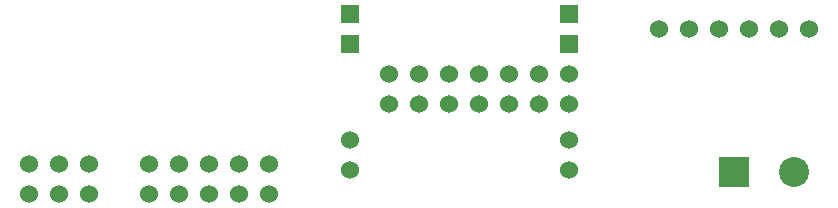
<source format=gbs>
G04 #@! TF.FileFunction,Soldermask,Bot*
%FSLAX46Y46*%
G04 Gerber Fmt 4.6, Leading zero omitted, Abs format (unit mm)*
G04 Created by KiCad (PCBNEW no-vcs-found-product) date Wed 28 Oct 2015 12:10:27 PM EDT*
%MOMM*%
G01*
G04 APERTURE LIST*
%ADD10C,0.150000*%
%ADD11C,1.524000*%
%ADD12R,2.540000X2.540000*%
%ADD13C,2.540000*%
%ADD14R,1.524000X1.524000*%
G04 APERTURE END LIST*
D10*
D11*
X33020000Y6350000D03*
X30480000Y6350000D03*
X5080000Y2540000D03*
X0Y2540000D03*
X0Y0D03*
X2540000Y0D03*
X2540000Y2540000D03*
X5080000Y0D03*
X12700000Y2540000D03*
X12700000Y0D03*
X15240000Y0D03*
X15240000Y2540000D03*
X7620000Y2540000D03*
X10160000Y2540000D03*
X7620000Y0D03*
X10160000Y0D03*
X22860000Y6350000D03*
X25400000Y6350000D03*
X27940000Y6350000D03*
X35560000Y6350000D03*
X-15240000Y-7620000D03*
X-12700000Y-7620000D03*
X-17780000Y-7620000D03*
X-17780000Y-5080000D03*
X-15240000Y-5080000D03*
X-12700000Y-5080000D03*
X-10160000Y-5080000D03*
X-10160000Y-7620000D03*
X-20320000Y-7620000D03*
X-20320000Y-5080000D03*
X-25400000Y-7620000D03*
X-25400000Y-5080000D03*
X-27940000Y-5080000D03*
X-27940000Y-7620000D03*
X-30480000Y-7620000D03*
X-30480000Y-5080000D03*
D12*
X29210000Y-5715000D03*
D13*
X34290000Y-5715000D03*
D14*
X-3302000Y7620000D03*
X-3302000Y5080000D03*
X15240000Y7620000D03*
X15240000Y5080000D03*
D11*
X-3302000Y-5588000D03*
X-3302000Y-3048000D03*
X15240000Y-5588000D03*
X15240000Y-3048000D03*
M02*

</source>
